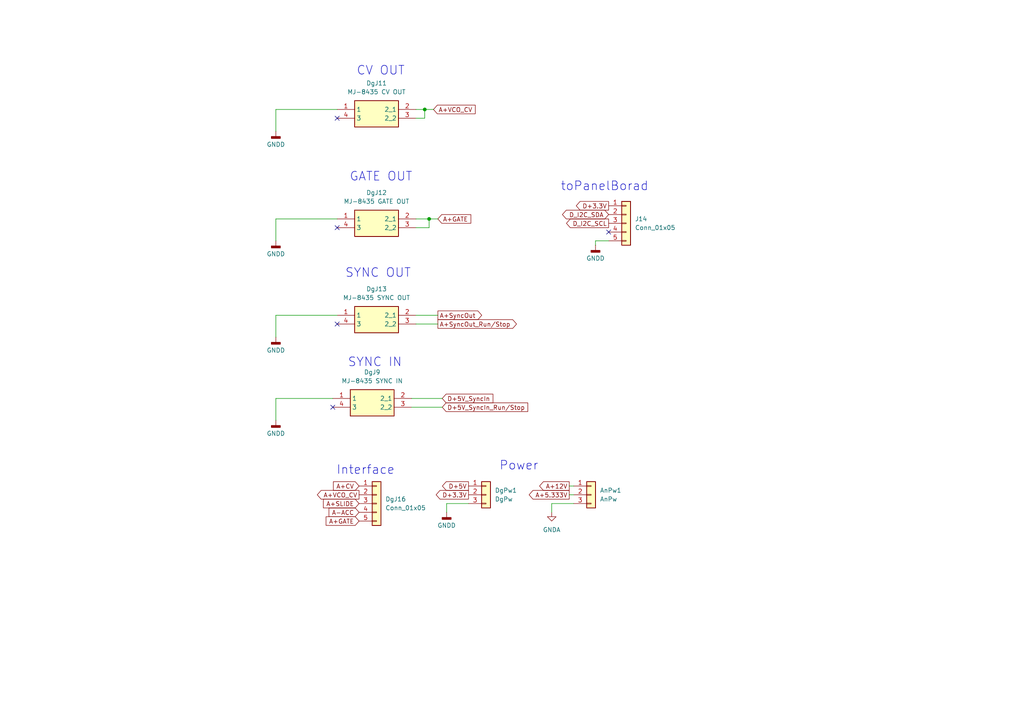
<source format=kicad_sch>
(kicad_sch (version 20231120) (generator "eeschema") (generator_version "8.0")
  (paper "A4")
  (lib_symbols
    (symbol "Connector_Generic:Conn_01x03" (pin_names (offset 1.016) hide)
      (property "Reference" "J" (at 0 5.08 0))
      (property "Value" "Conn_01x03" (at 0 -5.08 0))
      (symbol "Conn_01x03_1_1"
        (rectangle (start -1.27 -2.413) (end 0 -2.667) (stroke (width 0.1524)))
        (rectangle (start -1.27 0.127) (end 0 -0.127) (stroke (width 0.1524)))
        (rectangle (start -1.27 2.667) (end 0 2.413) (stroke (width 0.1524)))
        (rectangle (start -1.27 3.81) (end 1.27 -3.81) (stroke (width 0.254)) (fill (type background)))
        (pin passive line (at -5.08 2.54 0) (length 3.81) (name "Pin_1") (number "1"))
        (pin passive line (at -5.08 0 0) (length 3.81) (name "Pin_2") (number "2"))
        (pin passive line (at -5.08 -2.54 0) (length 3.81) (name "Pin_3") (number "3"))
      )
    )
    (symbol "Connector_Generic:Conn_01x05" (pin_names (offset 1.016) hide)
      (property "Reference" "J" (at 0 7.62 0))
      (property "Value" "Conn_01x05" (at 0 -7.62 0))
      (symbol "Conn_01x05_1_1"
        (rectangle (start -1.27 -4.953) (end 0 -5.207) (stroke (width 0.1524)))
        (rectangle (start -1.27 -2.413) (end 0 -2.667) (stroke (width 0.1524)))
        (rectangle (start -1.27 0.127) (end 0 -0.127) (stroke (width 0.1524)))
        (rectangle (start -1.27 2.667) (end 0 2.413) (stroke (width 0.1524)))
        (rectangle (start -1.27 5.207) (end 0 4.953) (stroke (width 0.1524)))
        (rectangle (start -1.27 6.35) (end 1.27 -6.35) (stroke (width 0.254)) (fill (type background)))
        (pin passive line (at -5.08 5.08 0) (length 3.81) (name "Pin_1") (number "1"))
        (pin passive line (at -5.08 2.54 0) (length 3.81) (name "Pin_2") (number "2"))
        (pin passive line (at -5.08 0 0) (length 3.81) (name "Pin_3") (number "3"))
        (pin passive line (at -5.08 -2.54 0) (length 3.81) (name "Pin_4") (number "4"))
        (pin passive line (at -5.08 -5.08 0) (length 3.81) (name "Pin_5") (number "5"))
      )
    )
    (symbol "SamacSys_Parts:MJ-8435"
      (property "Reference" "J" (at 19.05 7.62 0))
      (property "Value" "MJ-8435" (at 19.05 5.08 0))
      (symbol "MJ-8435_1_1"
        (rectangle (start 5.08 2.54) (end 17.78 -5.08) (stroke (width 0.254)) (fill (type background)))
        (pin passive line (at 0 0 0) (length 5.08) (name "1") (number "1"))
        (pin passive line (at 22.86 0 180) (length 5.08) (name "2_1") (number "2"))
        (pin passive line (at 22.86 -2.54 180) (length 5.08) (name "2_2") (number "3"))
        (pin passive line (at 0 -2.54 0) (length 5.08) (name "3") (number "4"))
      )
    )
    (symbol "power:GNDA" (power) (pin_numbers hide) (pin_names (offset 0) hide)
      (property "Value" "GNDA" (at 0 -3.81 0))
      (symbol "GNDA_0_1"
        (polyline (pts (xy 0 0) (xy 0 -1.27) (xy 1.27 -1.27) (xy 0 -2.54) (xy -1.27 -1.27) (xy 0 -1.27)))
      )
      (symbol "GNDA_1_1"
        (pin power_in line (at 0 0 270) (length 0) (name "~") (number "1"))
      )
    )
    (symbol "power:GNDD" (power) (pin_numbers hide) (pin_names (offset 0) hide)
      (property "Value" "GNDD" (at 0 -3.175 0))
      (symbol "GNDD_0_1"
        (rectangle (start -1.27 -1.524) (end 1.27 -2.032) (stroke (width 0.254)) (fill (type outline)))
        (polyline (pts (xy 0 0) (xy 0 -1.524)))
      )
      (symbol "GNDD_1_1"
        (pin power_in line (at 0 0 270) (length 0) (name "~") (number "1"))
      )
    )
  )
  (junction (at 123.19 31.75))
  (junction (at 124.46 63.5))
  (no_connect (at 97.79 93.98))
  (no_connect (at 176.53 67.31))
  (no_connect (at 97.79 34.29))
  (no_connect (at 97.79 66.04))
  (no_connect (at 96.52 118.11))
  (wire (pts (xy 123.19 34.29) (xy 123.19 31.75)))
  (wire (pts (xy 165.1 140.97) (xy 166.37 140.97)))
  (wire (pts (xy 80.01 63.5) (xy 80.01 69.85)))
  (wire (pts (xy 128.27 118.11) (xy 119.38 118.11)))
  (wire (pts (xy 176.53 69.85) (xy 172.72 69.85)))
  (wire (pts (xy 80.01 31.75) (xy 80.01 38.1)))
  (wire (pts (xy 97.79 31.75) (xy 80.01 31.75)))
  (wire (pts (xy 172.72 69.85) (xy 172.72 71.12)))
  (wire (pts (xy 97.79 63.5) (xy 80.01 63.5)))
  (wire (pts (xy 120.65 91.44) (xy 127 91.44)))
  (wire (pts (xy 124.46 63.5) (xy 127 63.5)))
  (wire (pts (xy 135.89 146.05) (xy 129.54 146.05)))
  (wire (pts (xy 160.02 146.05) (xy 160.02 148.59)))
  (wire (pts (xy 96.52 115.57) (xy 80.01 115.57)))
  (wire (pts (xy 125.73 31.75) (xy 123.19 31.75)))
  (wire (pts (xy 80.01 115.57) (xy 80.01 121.92)))
  (wire (pts (xy 80.01 91.44) (xy 80.01 97.79)))
  (wire (pts (xy 124.46 66.04) (xy 124.46 63.5)))
  (wire (pts (xy 120.65 34.29) (xy 123.19 34.29)))
  (wire (pts (xy 120.65 63.5) (xy 124.46 63.5)))
  (wire (pts (xy 120.65 66.04) (xy 124.46 66.04)))
  (wire (pts (xy 129.54 146.05) (xy 129.54 148.59)))
  (wire (pts (xy 165.1 143.51) (xy 166.37 143.51)))
  (wire (pts (xy 166.37 146.05) (xy 160.02 146.05)))
  (wire (pts (xy 119.38 115.57) (xy 128.27 115.57)))
  (wire (pts (xy 120.65 93.98) (xy 127 93.98)))
  (wire (pts (xy 97.79 91.44) (xy 80.01 91.44)))
  (wire (pts (xy 123.19 31.75) (xy 120.65 31.75)))
  (text "SYNC OUT" (at 100.076 79.248 0) (effects (font (size 2.54 2.54)) (justify left)))
  (text "toPanelBorad" (at 162.56 54.102 0) (effects (font (size 2.54 2.54)) (justify left)))
  (text "CV OUT" (at 103.378 20.574 0) (effects (font (size 2.54 2.54)) (justify left)))
  (text "SYNC IN" (at 100.838 105.156 0) (effects (font (size 2.54 2.54)) (justify left)))
  (text "Interface" (at 97.536 136.398 0) (effects (font (size 2.54 2.54)) (justify left)))
  (text "GATE OUT" (at 101.346 51.308 0) (effects (font (size 2.54 2.54)) (justify left)))
  (text "Power" (at 144.78 135.128 0) (effects (font (size 2.54 2.54)) (justify left)))
  (global_label "A+SLIDE" (shape input) (at 104.14 146.05 180) (property "Intersheetrefs" "${INTERSHEET_REFS}" (effects (hide yes))))
  (global_label "D_I2C_SDA" (shape bidirectional) (at 176.53 62.23 180) (property "Intersheetrefs" "${INTERSHEET_REFS}" (effects (hide yes))))
  (global_label "A+5.333V" (shape output) (at 165.1 143.51 180) (property "Intersheetrefs" "${INTERSHEET_REFS}" (effects (hide yes))))
  (global_label "D+3.3V" (shape output) (at 176.53 59.69 180) (property "Intersheetrefs" "${INTERSHEET_REFS}" (effects (hide yes))))
  (global_label "D+5V_SyncIn_Run/Stop" (shape input) (at 128.27 118.11 0) (property "Intersheetrefs" "${INTERSHEET_REFS}" (effects (hide yes))))
  (global_label "A+VCO_CV" (shape output) (at 104.14 143.51 180) (property "Intersheetrefs" "${INTERSHEET_REFS}" (effects (hide yes))))
  (global_label "A+SyncOut_Run{slash}Stop" (shape output) (at 127 93.98 0) (property "Intersheetrefs" "${INTERSHEET_REFS}" (effects (hide yes))))
  (global_label "A+GATE" (shape input) (at 104.14 151.13 180) (property "Intersheetrefs" "${INTERSHEET_REFS}" (effects (hide yes))))
  (global_label "D+3.3V" (shape output) (at 135.89 143.51 180) (property "Intersheetrefs" "${INTERSHEET_REFS}" (effects (hide yes))))
  (global_label "A+GATE" (shape input) (at 127 63.5 0) (property "Intersheetrefs" "${INTERSHEET_REFS}" (effects (hide yes))))
  (global_label "D+5V" (shape output) (at 135.89 140.97 180) (property "Intersheetrefs" "${INTERSHEET_REFS}" (effects (hide yes))))
  (global_label "A+VCO_CV" (shape input) (at 125.73 31.75 0) (property "Intersheetrefs" "${INTERSHEET_REFS}" (effects (hide yes))))
  (global_label "D+5V_SyncIn" (shape input) (at 128.27 115.57 0) (property "Intersheetrefs" "${INTERSHEET_REFS}" (effects (hide yes))))
  (global_label "A+CV" (shape input) (at 104.14 140.97 180) (property "Intersheetrefs" "${INTERSHEET_REFS}" (effects (hide yes))))
  (global_label "D_I2C_SCL" (shape output) (at 176.53 64.77 180) (property "Intersheetrefs" "${INTERSHEET_REFS}" (effects (hide yes))))
  (global_label "A+SyncOut" (shape output) (at 127 91.44 0) (property "Intersheetrefs" "${INTERSHEET_REFS}" (effects (hide yes))))
  (global_label "A-ACC" (shape input) (at 104.14 148.59 180) (property "Intersheetrefs" "${INTERSHEET_REFS}" (effects (hide yes))))
  (global_label "A+12V" (shape output) (at 165.1 140.97 180) (property "Intersheetrefs" "${INTERSHEET_REFS}" (effects (hide yes))))
  (symbol (lib_id "power:GNDD") (at 80.01 69.85 0) (unit 1)
    (property "Reference" "#PWR020" (effects (hide yes)))
    (property "Value" "GNDD" (at 80.01 73.66 0))
    (property "Description" "Power symbol creates a global label with name \"GNDD\" , digital ground" (effects (hide yes)))
  )
  (symbol (lib_id "power:GNDD") (at 80.01 97.79 0) (unit 1)
    (property "Reference" "#PWR021" (effects (hide yes)))
    (property "Value" "GNDD" (at 80.01 101.6 0))
    (property "Description" "Power symbol creates a global label with name \"GNDD\" , digital ground" (effects (hide yes)))
  )
  (symbol (lib_id "Connector_Generic:Conn_01x03") (at 140.97 143.51 0) (unit 1)
    (property "Reference" "DgPw1" (at 143.51 142.2399 0) (effects (justify left)))
    (property "Value" "DgPw" (at 143.51 144.7799 0) (effects (justify left)))
    (property "Footprint" "Connector_PinSocket_2.54mm:PinSocket_1x03_P2.54mm_Vertical" (effects (hide yes)))
    (property "Description" "Generic connector, single row, 01x03, script generated (kicad-library-utils/schlib/autogen/connector/)" (effects (hide yes)))
  )
  (symbol (lib_id "SamacSys_Parts:MJ-8435") (at 97.79 91.44 0) (unit 1)
    (property "Reference" "DgJ13" (at 109.22 83.82 0))
    (property "Value" "MJ-8435 SYNC OUT" (at 109.22 86.36 0))
    (property "Footprint" "MJ-8435" (effects (hide yes)))
    (property "Datasheet" "http://akizukidenshi.com/download/ds/marushin/mj8435.pdf" (effects (hide yes)))
    (property "Description" "3.5 earphone jack" (effects (hide yes)))
    (property "Manufacturer_Name" "Marushin Electric" (effects (hide yes)))
    (property "Manufacturer_Part_Number" "MJ-8435" (effects (hide yes)))
  )
  (symbol (lib_id "Connector_Generic:Conn_01x03") (at 171.45 143.51 0) (unit 1)
    (property "Reference" "AnPw1" (at 173.99 142.2399 0) (effects (justify left)))
    (property "Value" "AnPw" (at 173.99 144.7799 0) (effects (justify left)))
    (property "Footprint" "Connector_PinSocket_2.54mm:PinSocket_1x03_P2.54mm_Vertical" (effects (hide yes)))
    (property "Description" "Generic connector, single row, 01x03, script generated (kicad-library-utils/schlib/autogen/connector/)" (effects (hide yes)))
  )
  (symbol (lib_id "SamacSys_Parts:MJ-8435") (at 96.52 115.57 0) (unit 1)
    (property "Reference" "DgJ9" (at 107.95 107.95 0))
    (property "Value" "MJ-8435 SYNC IN" (at 107.95 110.49 0))
    (property "Footprint" "MJ-8435" (effects (hide yes)))
    (property "Datasheet" "http://akizukidenshi.com/download/ds/marushin/mj8435.pdf" (effects (hide yes)))
    (property "Description" "3.5 earphone jack" (effects (hide yes)))
    (property "Manufacturer_Name" "Marushin Electric" (effects (hide yes)))
    (property "Manufacturer_Part_Number" "MJ-8435" (effects (hide yes)))
  )
  (symbol (lib_id "power:GNDD") (at 80.01 38.1 0) (unit 1)
    (property "Reference" "#PWR019" (effects (hide yes)))
    (property "Value" "GNDD" (at 80.01 41.91 0))
    (property "Description" "Power symbol creates a global label with name \"GNDD\" , digital ground" (effects (hide yes)))
  )
  (symbol (lib_id "Connector_Generic:Conn_01x05") (at 109.22 146.05 0) (unit 1)
    (property "Reference" "DgJ16" (at 111.76 144.7799 0) (effects (justify left)))
    (property "Value" "Conn_01x05" (at 111.76 147.3199 0) (effects (justify left)))
    (property "Footprint" "Connector_PinHeader_2.54mm:PinHeader_1x05_P2.54mm_Vertical" (effects (hide yes)))
    (property "Description" "Generic connector, single row, 01x05, script generated (kicad-library-utils/schlib/autogen/connector/)" (effects (hide yes)))
  )
  (symbol (lib_id "power:GNDD") (at 80.01 121.92 0) (unit 1)
    (property "Reference" "#PWR022" (effects (hide yes)))
    (property "Value" "GNDD" (at 80.01 125.73 0))
    (property "Description" "Power symbol creates a global label with name \"GNDD\" , digital ground" (effects (hide yes)))
  )
  (symbol (lib_id "power:GNDD") (at 172.72 71.12 0) (unit 1)
    (property "Reference" "#PWR026" (effects (hide yes)))
    (property "Value" "GNDD" (at 172.72 74.93 0))
    (property "Description" "Power symbol creates a global label with name \"GNDD\" , digital ground" (effects (hide yes)))
  )
  (symbol (lib_id "SamacSys_Parts:MJ-8435") (at 97.79 31.75 0) (unit 1)
    (property "Reference" "DgJ11" (at 109.22 24.13 0))
    (property "Value" "MJ-8435 CV OUT" (at 109.22 26.67 0))
    (property "Footprint" "MJ-8435" (effects (hide yes)))
    (property "Datasheet" "http://akizukidenshi.com/download/ds/marushin/mj8435.pdf" (effects (hide yes)))
    (property "Description" "3.5 earphone jack" (effects (hide yes)))
    (property "Manufacturer_Name" "Marushin Electric" (effects (hide yes)))
    (property "Manufacturer_Part_Number" "MJ-8435" (effects (hide yes)))
  )
  (symbol (lib_id "power:GNDD") (at 129.54 148.59 0) (unit 1)
    (property "Reference" "#PWR023" (effects (hide yes)))
    (property "Value" "GNDD" (at 129.54 152.4 0))
    (property "Description" "Power symbol creates a global label with name \"GNDD\" , digital ground" (effects (hide yes)))
  )
  (symbol (lib_id "power:GNDA") (at 160.02 148.59 0) (unit 1)
    (property "Reference" "#PWR024" (effects (hide yes)))
    (property "Value" "GNDA" (at 160.02 153.67 0))
    (property "Description" "Power symbol creates a global label with name \"GNDA\" , analog ground" (effects (hide yes)))
  )
  (symbol (lib_id "Connector_Generic:Conn_01x05") (at 181.61 64.77 0) (unit 1)
    (property "Reference" "J14" (at 184.15 63.4999 0) (effects (justify left)))
    (property "Value" "Conn_01x05" (at 184.15 66.0399 0) (effects (justify left)))
    (property "Footprint" "Connector_JST:JST_XH_B5B-XH-A_1x05_P2.50mm_Vertical" (effects (hide yes)))
    (property "Description" "Generic connector, single row, 01x05, script generated (kicad-library-utils/schlib/autogen/connector/)" (effects (hide yes)))
  )
  (symbol (lib_id "SamacSys_Parts:MJ-8435") (at 97.79 63.5 0) (unit 1)
    (property "Reference" "DgJ12" (at 109.22 55.88 0))
    (property "Value" "MJ-8435 GATE OUT" (at 109.22 58.42 0))
    (property "Footprint" "MJ-8435" (effects (hide yes)))
    (property "Datasheet" "http://akizukidenshi.com/download/ds/marushin/mj8435.pdf" (effects (hide yes)))
    (property "Description" "3.5 earphone jack" (effects (hide yes)))
    (property "Manufacturer_Name" "Marushin Electric" (effects (hide yes)))
    (property "Manufacturer_Part_Number" "MJ-8435" (effects (hide yes)))
  )
)
</source>
